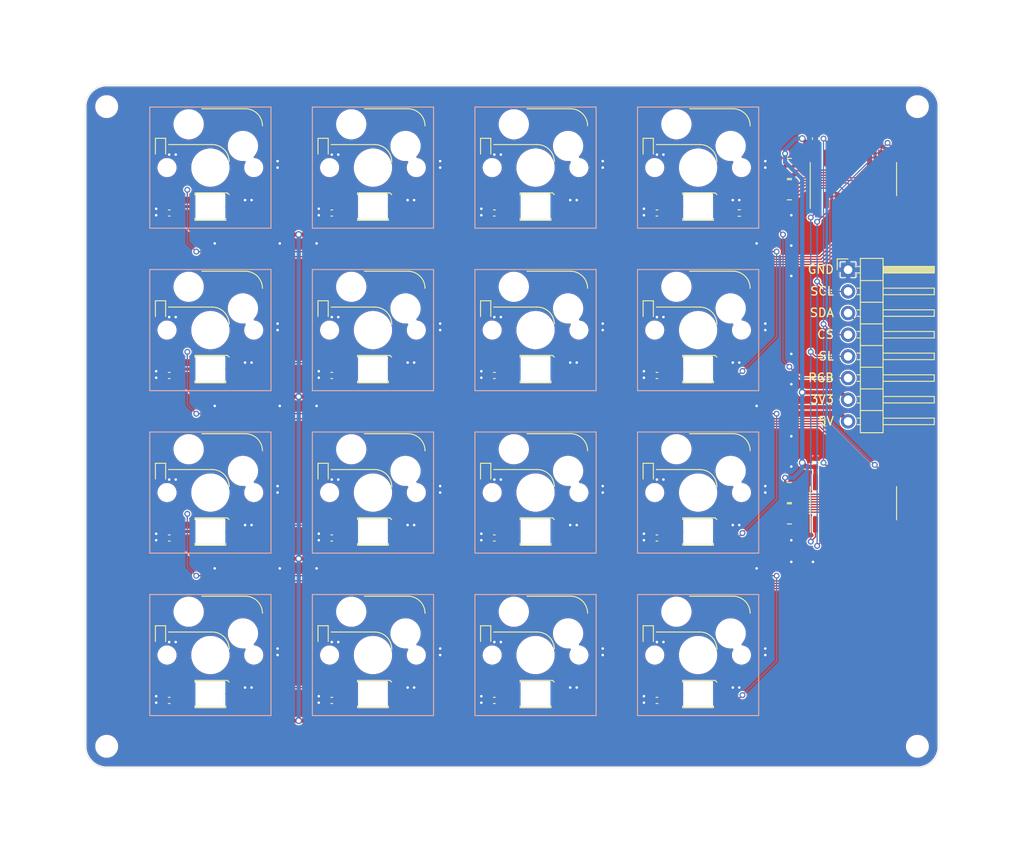
<source format=kicad_pcb>
(kicad_pcb (version 20211014) (generator pcbnew)
  (layers (0 "F.Cu" signal) (31 "B.Cu" signal) (34 "B.Paste" user) (35 "F.Paste" user) (36 "B.SilkS" user "B.Silkscreen") (37 "F.SilkS" user "F.Silkscreen") (38 "B.Mask" user) (39 "F.Mask" user) (44 "Edge.Cuts" user))
  (net 0 "")
  (net 1 "GND")
  (net 2 "/RGBD")
  (net 3 "+3V3")
  (net 4 "Net-(D1-Pad4)")
  (net 5 "Net-(D10-Pad2)")
  (net 6 "Net-(D10-Pad4)")
  (net 7 "/KS_L")
  (net 8 "/KS_SCL")
  (net 10 "Net-(U1-Pad9)")
  (net 12 "/KS_CS")
  (net 14 "/KS_SDA")
  (net 15 "Net-(D1-Pad2)")
  (net 16 "Net-(D2-Pad2)")
  (net 17 "Net-(D3-Pad2)")
  (net 18 "Net-(D4-Pad2)")
  (net 19 "Net-(D5-Pad2)")
  (net 20 "Net-(D6-Pad2)")
  (net 21 "Net-(D7-Pad2)")
  (net 22 "Net-(D8-Pad2)")
  (net 23 "Net-(D11-Pad2)")
  (net 24 "Net-(D12-Pad2)")
  (net 25 "Net-(D13-Pad2)")
  (net 26 "Net-(D14-Pad2)")
  (net 27 "Net-(D15-Pad2)")
  (net 29 "+5V")
  (net 30 "Net-(D17-Pad1)")
  (net 31 "Net-(D18-Pad1)")
  (net 32 "Net-(D19-Pad1)")
  (net 33 "Net-(D20-Pad1)")
  (net 34 "Net-(D21-Pad1)")
  (net 35 "Net-(D22-Pad1)")
  (net 36 "Net-(D23-Pad1)")
  (net 37 "Net-(D24-Pad1)")
  (net 38 "Net-(D25-Pad1)")
  (net 39 "Net-(D26-Pad1)")
  (net 40 "Net-(D27-Pad1)")
  (net 41 "Net-(D28-Pad1)")
  (net 42 "Net-(D29-Pad1)")
  (net 43 "Net-(D30-Pad1)")
  (net 44 "Net-(D31-Pad1)")
  (net 45 "Net-(D32-Pad1)")
  (footprint "Diode_SMD:D_SOD-523" (layer "F.Cu") (at 96.91 57.366 -90)
    (fp_text reference "D27" hide)
    (fp_text value "LESD5Z5.0CT1G")
  )
  (footprint "MountingHole:MountingHole_2.2mm_M2" (layer "F.Cu") (at 52.5 52.5)
    (fp_text reference "H2" hide)
    (fp_text value "MountingHole")
  )
  (footprint "JLC-SMT:TONYU_DY-S352818" (layer "F.Cu") (at 121.802 121.374 180)
    (fp_text reference "D13" hide)
    (fp_text value "WS2812B")
    (fp_rect (start -1.6 -1.4) (end 1.6 1.4) (layer "Edge.Cuts") (width 0.02) (fill none))
  )
  (footprint "Capacitor_SMD:C_0402_1005Metric" (layer "F.Cu") (at 116.976 122.124 180)
    (fp_text reference "C15" hide)
    (fp_text value "0.1uF")
  )
  (footprint "JLC-SMT:TONYU_DY-S352818" (layer "F.Cu") (at 64.652 83.274 180)
    (fp_text reference "D8" hide)
    (fp_text value "WS2812B")
    (fp_rect (start -1.6 -1.4) (end 1.6 1.4) (layer "Edge.Cuts") (width 0.02) (fill none))
  )
  (footprint "Diode_SMD:D_SOD-523" (layer "F.Cu") (at 115.96 76.416 -90)
    (fp_text reference "D17" hide)
    (fp_text value "LESD5Z5.0CT1G")
  )
  (footprint "Resistor_SMD:R_Array_Convex_4x0402" (layer "F.Cu") (at 132.5 100.25 180)
    (fp_text reference "RN4" hide)
    (fp_text value "10K")
  )
  (footprint "Diode_SMD:D_SOD-523" (layer "F.Cu") (at 96.91 95.466 -90)
    (fp_text reference "D28" hide)
    (fp_text value "LESD5Z5.0CT1G")
  )
  (footprint "Diode_SMD:D_SOD-523" (layer "F.Cu") (at 58.81 114.516 -90)
    (fp_text reference "D24" hide)
    (fp_text value "LESD5Z5.0CT1G")
  )
  (footprint "MountingHole:MountingHole_2.2mm_M2" (layer "F.Cu") (at 147.5 52.5)
    (fp_text reference "H1" hide)
    (fp_text value "MountingHole")
  )
  (footprint "Capacitor_SMD:C_0402_1005Metric" (layer "F.Cu") (at 78.876 122.124 180)
    (fp_text reference "C17" hide)
    (fp_text value "0.1uF")
  )
  (footprint "Capacitor_SMD:C_0402_1005Metric" (layer "F.Cu") (at 59.826 84.024 180)
    (fp_text reference "C8" hide)
    (fp_text value "0.1uF")
  )
  (footprint "JLC-SMT:TONYU_DY-S352818" (layer "F.Cu") (at 121.802 64.224 180)
    (fp_text reference "D1" hide)
    (fp_text value "WS2812B")
    (fp_rect (start -1.6 -1.4) (end 1.6 1.4) (layer "Edge.Cuts") (width 0.02) (fill none))
  )
  (footprint "Capacitor_SMD:C_0402_1005Metric" (layer "F.Cu") (at 116.976 103.074 180)
    (fp_text reference "C11" hide)
    (fp_text value "0.1uF")
  )
  (footprint "Capacitor_SMD:C_0402_1005Metric" (layer "F.Cu") (at 97.926 103.074 180)
    (fp_text reference "C12" hide)
    (fp_text value "0.1uF")
  )
  (footprint "Capacitor_SMD:C_0402_1005Metric" (layer "F.Cu") (at 78.876 103.074 180)
    (fp_text reference "C13" hide)
    (fp_text value "0.1uF")
  )
  (footprint "JLC-SMT:TONYU_DY-S352818" (layer "F.Cu") (at 83.702 64.224 180)
    (fp_text reference "D3" hide)
    (fp_text value "WS2812B")
    (fp_rect (start -1.6 -1.4) (end 1.6 1.4) (layer "Edge.Cuts") (width 0.02) (fill none))
  )
  (footprint "Resistor_SMD:R_0402_1005Metric" (layer "F.Cu") (at 126.628 64.974 180)
    (fp_text reference "R1" hide)
    (fp_text value "470R")
  )
  (footprint "JLC-SMT:TONYU_DY-S352818" (layer "F.Cu") (at 121.802 83.274 180)
    (fp_text reference "D5" hide)
    (fp_text value "WS2812B")
    (fp_rect (start -1.6 -1.4) (end 1.6 1.4) (layer "Edge.Cuts") (width 0.02) (fill none))
  )
  (footprint "Connector_PinHeader_2.54mm:PinHeader_1x08_P2.54mm_Horizontal" (layer "F.Cu") (at 139.375 71.625)
    (fp_text reference "J1" hide)
    (fp_text value "Conn_01x08")
  )
  (footprint "Diode_SMD:D_SOD-523" (layer "F.Cu") (at 77.86 57.366 -90)
    (fp_text reference "D29" hide)
    (fp_text value "LESD5Z5.0CT1G")
  )
  (footprint "Resistor_SMD:R_Array_Convex_4x0402" (layer "F.Cu") (at 132.5 97.75 180)
    (fp_text reference "RN3" hide)
    (fp_text value "10K")
  )
  (footprint "JLC-SMT:TONYU_DY-S352818" (layer "F.Cu") (at 102.752 102.324 180)
    (fp_text reference "D10" hide)
    (fp_text value "WS2812B")
    (fp_rect (start -1.6 -1.4) (end 1.6 1.4) (layer "Edge.Cuts") (width 0.02) (fill none))
  )
  (footprint "JLC-SMT:TONYU_DY-S352818" (layer "F.Cu") (at 102.752 83.274 180)
    (fp_text reference "D6" hide)
    (fp_text value "WS2812B")
    (fp_rect (start -1.6 -1.4) (end 1.6 1.4) (layer "Edge.Cuts") (width 0.02) (fill none))
  )
  (footprint "Capacitor_SMD:C_0402_1005Metric" (layer "F.Cu") (at 135.555 94.25 90)
    (fp_text reference "C10" hide)
    (fp_text value "0.1uF")
  )
  (footprint "Package_SO:SOIC-16_3.9x9.9mm_P1.27mm" (layer "F.Cu") (at 140 61 90)
    (fp_text reference "U1" hide)
    (fp_text value "74HC165")
  )
  (footprint "JLC-SMT:TONYU_DY-S352818" (layer "F.Cu") (at 83.702 83.274 180)
    (fp_text reference "D7" hide)
    (fp_text value "WS2812B")
    (fp_rect (start -1.6 -1.4) (end 1.6 1.4) (layer "Edge.Cuts") (width 0.02) (fill none))
  )
  (footprint "JLC-SMT:TONYU_DY-S352818" (layer "F.Cu") (at 102.752 64.224 180)
    (fp_text reference "D2" hide)
    (fp_text value "WS2812B")
    (fp_rect (start -1.6 -1.4) (end 1.6 1.4) (layer "Edge.Cuts") (width 0.02) (fill none))
  )
  (footprint "Diode_SMD:D_SOD-523" (layer "F.Cu") (at 115.96 114.516 -90)
    (fp_text reference "D18" hide)
    (fp_text value "LESD5Z5.0CT1G")
  )
  (footprint "Capacitor_SMD:C_0402_1005Metric" (layer "F.Cu") (at 116.976 84.024 180)
    (fp_text reference "C5" hide)
    (fp_text value "0.1uF")
  )
  (footprint "Capacitor_SMD:C_0402_1005Metric" (layer "F.Cu") (at 78.876 64.974 180)
    (fp_text reference "C3" hide)
    (fp_text value "0.1uF")
  )
  (footprint "Capacitor_SMD:C_0402_1005Metric" (layer "F.Cu") (at 97.926 64.974 180)
    (fp_text reference "C2" hide)
    (fp_text value "0.1uF")
  )
  (footprint "Diode_SMD:D_SOD-523" (layer "F.Cu") (at 58.81 76.416 -90)
    (fp_text reference "D23" hide)
    (fp_text value "LESD5Z5.0CT1G")
  )
  (footprint "Capacitor_SMD:C_0402_1005Metric" (layer "F.Cu") (at 59.826 64.974 180)
    (fp_text reference "C4" hide)
    (fp_text value "0.1uF")
  )
  (footprint "Capacitor_SMD:C_0402_1005Metric" (layer "F.Cu") (at 97.926 122.124 180)
    (fp_text reference "C16" hide)
    (fp_text value "0.1uF")
  )
  (footprint "MountingHole:MountingHole_2.2mm_M2" (layer "F.Cu") (at 52.5 127.5)
    (fp_text reference "H4" hide)
    (fp_text value "MountingHole")
  )
  (footprint "Resistor_SMD:R_Array_Convex_4x0402" (layer "F.Cu") (at 132.5 62.25 180)
    (fp_text reference "RN2" hide)
    (fp_text value "10K")
  )
  (footprint "Diode_SMD:D_SOD-523" (layer "F.Cu") (at 115.96 95.466 -90)
    (fp_text reference "D26" hide)
    (fp_text value "LESD5Z5.0CT1G")
  )
  (footprint "Diode_SMD:D_SOD-523" (layer "F.Cu") (at 58.81 57.366 -90)
    (fp_text reference "D31" hide)
    (fp_text value "LESD5Z5.0CT1G")
  )
  (footprint "JLC-SMT:TONYU_DY-S352818" (layer "F.Cu") (at 64.652 64.224 180)
    (fp_text reference "D4" hide)
    (fp_text value "WS2812B")
    (fp_rect (start -1.6 -1.4) (end 1.6 1.4) (layer "Edge.Cuts") (width 0.02) (fill none))
  )
  (footprint "JLC-SMT:TONYU_DY-S352818" (layer "F.Cu") (at 64.652 121.374 180)
    (fp_text reference "D16" hide)
    (fp_text value "WS2812B")
    (fp_rect (start -1.6 -1.4) (end 1.6 1.4) (layer "Edge.Cuts") (width 0.02) (fill none))
  )
  (footprint "Diode_SMD:D_SOD-523" (layer "F.Cu") (at 58.81 95.466 -90)
    (fp_text reference "D32" hide)
    (fp_text value "LESD5Z5.0CT1G")
  )
  (footprint "Resistor_SMD:R_Array_Convex_4x0402" (layer "F.Cu") (at 132.5 59.75 180)
    (fp_text reference "RN1" hide)
    (fp_text value "10K")
  )
  (footprint "Diode_SMD:D_SOD-523" (layer "F.Cu") (at 96.91 76.416 -90)
    (fp_text reference "D19" hide)
    (fp_text value "LESD5Z5.0CT1G")
  )
  (footprint "Capacitor_SMD:C_0402_1005Metric" (layer "F.Cu") (at 78.876 84.024 180)
    (fp_text reference "C7" hide)
    (fp_text value "0.1uF")
  )
  (footprint "JLC-SMT:TONYU_DY-S352818" (layer "F.Cu") (at 83.702 102.324 180)
    (fp_text reference "D11" hide)
    (fp_text value "WS2812B")
    (fp_rect (start -1.6 -1.4) (end 1.6 1.4) (layer "Edge.Cuts") (width 0.02) (fill none))
  )
  (footprint "Diode_SMD:D_SOD-523" (layer "F.Cu") (at 96.91 114.516 -90)
    (fp_text reference "D20" hide)
    (fp_text value "LESD5Z5.0CT1G")
  )
  (footprint "JLC-SMT:TONYU_DY-S352818" (layer "F.Cu") (at 102.752 121.374 180)
    (fp_text reference "D14" hide)
    (fp_text value "WS2812B")
    (fp_rect (start -1.6 -1.4) (end 1.6 1.4) (layer "Edge.Cuts") (width 0.02) (fill none))
  )
  (footprint "Capacitor_SMD:C_0402_1005Metric" (layer "F.Cu") (at 116.976 64.974 180)
    (fp_text reference "C1" hide)
    (fp_text value "0.1uF")
  )
  (footprint "Capacitor_SMD:C_0402_1005Metric" (layer "F.Cu") (at 135.555 56.25 90)
    (fp_text reference "C9" hide)
    (fp_text value "0.1uF")
  )
  (footprint "MountingHole:MountingHole_2.2mm_M2" (layer "F.Cu") (at 147.5 127.5)
    (fp_text reference "H3" hide)
    (fp_text value "MountingHole")
  )
  (footprint "Capacitor_SMD:C_0402_1005Metric" (layer "F.Cu") (at 59.826 122.124 180)
    (fp_text reference "C18" hide)
    (fp_text value "0.1uF")
  )
  (footprint "Diode_SMD:D_SOD-523" (layer "F.Cu") (at 77.86 114.516 -90)
    (fp_text reference "D22" hide)
    (fp_text value "LESD5Z5.0CT1G")
  )
  (footprint "Capacitor_SMD:C_0402_1005Metric" (layer "F.Cu") (at 59.826 103.074 180)
    (fp_text reference "C14" hide)
    (fp_text value "0.1uF")
  )
  (footprint "JLC-SMT:TONYU_DY-S352818" (layer "F.Cu") (at 64.652 102.324 180)
    (fp_text reference "D12" hide)
    (fp_text value "WS2812B")
    (fp_rect (start -1.6 -1.4) (end 1.6 1.4) (layer "Edge.Cuts") (width 0.02) (fill none))
  )
  (footprint "Diode_SMD:D_SOD-523" (layer "F.Cu") (at 77.86 76.416 -90)
    (fp_text reference "D21" hide)
    (fp_text value "LESD5Z5.0CT1G")
  )
  (footprint "JLC-SMT:TONYU_DY-S352818" (layer "F.Cu") (at 121.802 102.324 180)
    (fp_text reference "D9" hide)
    (fp_text value "WS2812B")
    (fp_rect (start -1.6 -1.4) (end 1.6 1.4) (layer "Edge.Cuts") (width 0.02) (fill none))
  )
  (footprint "JLC-SMT:TONYU_DY-S352818" (layer "F.Cu") (at 83.702 121.374 180)
    (fp_text reference "D15" hide)
    (fp_text value "WS2812B")
    (fp_rect (start -1.6 -1.4) (end 1.6 1.4) (layer "Edge.Cuts") (width 0.02) (fill none))
  )
  (footprint "Package_SO:SOIC-16_3.9x9.9mm_P1.27mm" (layer "F.Cu") (at 140 99 90)
    (fp_text reference "U2" hide)
    (fp_text value "74HC165")
  )
  (footprint "Diode_SMD:D_SOD-523" (layer "F.Cu") (at 77.86 95.466 -90)
    (fp_text reference "D30" hide)
    (fp_text value "LESD5Z5.0CT1G")
  )
  (footprint "Diode_SMD:D_SOD-523" (layer "F.Cu") (at 115.96 57.366 -90)
    (fp_text reference "D25" hide)
    (fp_text value "LESD5Z5.0CT1G")
  )
  (footprint "Capacitor_SMD:C_0402_1005Metric" (layer "F.Cu") (at 97.926 84.024 180)
    (fp_text reference "C6" hide)
    (fp_text value "0.1uF")
  )
  (footprint "Switch_Keyboard_Hotswap_Kailh:SW_Hotswap_Kailh_MX_1.00u" (layer "B.Cu") (at 102.752 78.702 180)
    (fp_text reference "SW7" hide)
    (fp_text value "CPG151101S11")
  )
  (footprint "Switch_Keyboard_Hotswap_Kailh:SW_Hotswap_Kailh_MX_1.00u" (layer "B.Cu") (at 102.752 97.752 180)
    (fp_text reference "SW11" hide)
    (fp_text value "CPG151101S11")
  )
  (footprint "Switch_Keyboard_Hotswap_Kailh:SW_Hotswap_Kailh_MX_1.00u" (layer "B.Cu") (at 83.702 59.652 180)
    (fp_text reference "SW2" hide)
    (fp_text value "CPG151101S11")
  )
  (footprint "Switch_Keyboard_Hotswap_Kailh:SW_Hotswap_Kailh_MX_1.00u" (layer "B.Cu") (at 83.702 116.802 180)
    (fp_text reference "SW14" hide)
    (fp_text value "CPG151101S11")
  )
  (footprint "Switch_Keyboard_Hotswap_Kailh:SW_Hotswap_Kailh_MX_1.00u" (layer "B.Cu") (at 64.652 97.752 180)
    (fp_text reference "SW9" hide)
    (fp_text value "CPG151101S11")
  )
  (footprint "Switch_Keyboard_Hotswap_Kailh:SW_Hotswap_Kailh_MX_1.00u" (layer "B.Cu") (at 64.652 59.652 180)
    (fp_text reference "SW1" hide)
    (fp_text value "CPG151101S11")
  )
  (footprint "Switch_Keyboard_Hotswap_Kailh:SW_Hotswap_Kailh_MX_1.00u" (layer "B.Cu") (at 121.802 78.702 180)
    (fp_text reference "SW8" hide)
    (fp_text value "CPG151101S11")
  )
  (footprint "Switch_Keyboard_Hotswap_Kailh:SW_Hotswap_Kailh_MX_1.00u" (layer "B.Cu") (at 64.652 116.802 180)
    (fp_text reference "SW13" hide)
    (fp_text value "CPG151101S11")
  )
  (footprint "Switch_Keyboard_Hotswap_Kailh:SW_Hotswap_Kailh_MX_1.00u" (layer "B.Cu") (at 102.752 116.802 180)
    (fp_text reference "SW15" hide)
    (fp_text value "CPG151101S11")
  )
  (footprint "Switch_Keyboard_Hotswap_Kailh:SW_Hotswap_Kailh_MX_1.00u" (layer "B.Cu") (at 83.702 78.702 180)
    (fp_text reference "SW6" hide)
    (fp_text value "CPG151101S11")
  )
  (footprint "Switch_Keyboard_Hotswap_Kailh:SW_Hotswap_Kailh_MX_1.00u" (layer "B.Cu") (at 121.802 59.652 180)
    (fp_text reference "SW4" hide)
    (fp_text value "CPG151101S11")
  )
  (footprint "Switch_Keyboard_Hotswap_Kailh:SW_Hotswap_Kailh_MX_1.00u" (layer "B.Cu") (at 121.802 116.802 180)
    (fp_text reference "SW16" hide)
    (fp_text value "CPG151101S11")
  )
  (footprint "Switch_Keyboard_Hotswap_Kailh:SW_Hotswap_Kailh_MX_1.00u" (layer "B.Cu") (at 83.702 97.752 180)
    (fp_text reference "SW10" hide)
    (fp_text value "CPG151101S11")
  )
  (footprint "Switch_Keyboard_Hotswap_Kailh:SW_Hotswap_Kailh_MX_1.00u" (layer "B.Cu") (at 64.652 78.702 180)
    (fp_text reference "SW5" hide)
    (fp_text value "CPG151101S11")
  )
  (footprint "Switch_Keyboard_Hotswap_Kailh:SW_Hotswap_Kailh_MX_1.00u" (layer "B.Cu") (at 102.752 59.652 180)
    (fp_text reference "SW3" hide)
    (fp_text value "CPG151101S11")
  )
  (footprint "Switch_Keyboard_Hotswap_Kailh:SW_Hotswap_Kailh_MX_1.00u" (layer "B.Cu") (at 121.802 97.752 180)
    (fp_text reference "SW12" hide)
    (fp_text value "CPG151101S11")
  )
  (gr_arc (start 147.5 50) (mid 149.267767 50.732233) (end 150 52.5) (layer "Edge.Cuts") (width 0.05))
  (gr_arc (start 52.5 130) (mid 50.732233 129.267767) (end 50 127.5) (layer "Edge.Cuts") (width 0.05))
  (gr_line (start 150 127.5) (end 150 52.5) (layer "Edge.Cuts") (width 0.05))
  (gr_arc (start 150 127.5) (mid 149.267767 129.267767) (end 147.5 130) (layer "Edge.Cuts") (width 0.05))
  (gr_line (start 147.5 50) (end 52.5 50) (layer "Edge.Cuts") (width 0.05))
  (gr_line (start 52.5 130) (end 147.5 130) (layer "Edge.Cuts") (width 0.05))
  (gr_line (start 50 52.5) (end 50 127.5) (layer "Edge.Cuts") (width 0.05))
  (gr_arc (start 50 52.5) (mid 50.732233 50.732233) (end 52.5 50) (layer "Edge.Cuts") (width 0.05))
  (gr_text "SL" (at 137.804 81.75) (layer "F.SilkS") (effects (font (size 1 1)) (justify right)))
  (gr_text "RGB" (at 137.804 84.29) (layer "F.SilkS") (effects (font (size 1 1)) (justify right)))
  (gr_text "GND" (at 137.804 71.59) (layer "F.SilkS") (effects (font (size 1 1)) (justify right)))
  (gr_text "5V" (at 137.804 89.37) (layer "F.SilkS") (effects (font (size 1 1)) (justify right)))
  (gr_text "SDA" (at 137.804 76.67) (layer "F.SilkS") (effects (font (size 1 1)) (justify right)))
  (gr_text "SCL" (at 137.804 74.13) (layer "F.SilkS") (effects (font (size 1 1)) (justify right)))
  (gr_text "CS" (at 137.804 79.21) (layer "F.SilkS") (effects (font (size 1 1)) (justify right)))
  (gr_text "3V3" (at 137.804 86.83) (layer "F.SilkS") (effects (font (size 1 1)) (justify right)))
  (via (at 115.452 103.34) (size 0.5) (drill 0.3) (layers "F.Cu" "B.Cu") (net 1))
  (via (at 91.576 96.99) (size 0.5) (drill 0.3) (layers "F.Cu" "B.Cu") (net 1))
  (via (at 135.264 105.88) (size 0.5) (drill 0.3) (layers "F.Cu" "B.Cu") (net 1))
  (via (at 98.688 115.278) (size 0.5) (drill 0.3) (layers "F.Cu" "B.Cu") (net 1))
  (via (at 96.402 103.34) (size 0.5) (drill 0.3) (layers "F.Cu" "B.Cu") (net 1))
  (via (at 116.976 96.228) (size 0.5) (drill 0.3) (layers "F.Cu" "B.Cu") (net 1))
  (via (at 60.588 96.228) (size 0.5) (drill 0.3) (layers "F.Cu" "B.Cu") (net 1))
  (via (at 129.676 77.94) (size 0.5) (drill 0.3) (layers "F.Cu" "B.Cu") (net 1))
  (via (at 117.738 96.228) (size 0.5) (drill 0.3) (layers "F.Cu" "B.Cu") (net 1))
  (via (at 107.578 82.512) (size 0.5) (drill 0.3) (layers "F.Cu" "B.Cu") (net 1))
  (via (at 91.576 77.94) (size 0.5) (drill 0.3) (layers "F.Cu" "B.Cu") (net 1))
  (via (at 98.688 96.228) (size 0.5) (drill 0.3) (layers "F.Cu" "B.Cu") (net 1))
  (via (at 77.352 84.29) (size 0.5) (drill 0.3) (layers "F.Cu" "B.Cu") (net 1))
  (via (at 96.402 102.578) (size 0.5) (drill 0.3) (layers "F.Cu" "B.Cu") (net 1))
  (via (at 132.724 68.796) (size 0.5) (drill 0.3) (layers "F.Cu" "B.Cu") (net 1))
  (via (at 106.816 63.462) (size 0.5) (drill 0.3) (layers "F.Cu" "B.Cu") (net 1))
  (via (at 77.098 87.592) (size 0.5) (drill 0.3) (layers "F.Cu" "B.Cu") (net 1))
  (via (at 87.766 101.562) (size 0.5) (drill 0.3) (layers "F.Cu" "B.Cu") (net 1))
  (via (at 77.098 68.542) (size 0.5) (drill 0.3) (layers "F.Cu" "B.Cu") (net 1))
  (via (at 91.576 97.752) (size 0.5) (drill 0.3) (layers "F.Cu" "B.Cu") (net 1))
  (via (at 98.688 58.128) (size 0.5) (drill 0.3) (layers "F.Cu" "B.Cu") (net 1))
  (via (at 77.352 64.478) (size 0.5) (drill 0.3) (layers "F.Cu" "B.Cu") (net 1))
  (via (at 60.588 77.178) (size 0.5) (drill 0.3) (layers "F.Cu" "B.Cu") (net 1))
  (via (at 106.816 101.562) (size 0.5) (drill 0.3) (layers "F.Cu" "B.Cu") (net 1))
  (via (at 88.528 82.512) (size 0.5) (drill 0.3) (layers "F.Cu" "B.Cu") (net 1))
  (via (at 77.352 83.528) (size 0.5) (drill 0.3) (layers "F.Cu" "B.Cu") (net 1))
  (via (at 115.452 121.628) (size 0.5) (drill 0.3) (layers "F.Cu" "B.Cu") (net 1))
  (via (at 88.528 101.562) (size 0.5) (drill 0.3) (layers "F.Cu" "B.Cu") (net 1))
  (via (at 87.766 63.462) (size 0.5) (drill 0.3) (layers "F.Cu" "B.Cu") (net 1))
  (via (at 132.724 103.34) (size 0.5) (drill 0.3) (layers "F.Cu" "B.Cu") (net 1))
  (via (at 110.626 96.99) (size 0.5) (drill 0.3) (layers "F.Cu" "B.Cu") (net 1))
  (via (at 106.816 82.512) (size 0.5) (drill 0.3) (layers "F.Cu" "B.Cu") (net 1))
  (via (at 116.976 77.178) (size 0.5) (drill 0.3) (layers "F.Cu" "B.Cu") (net 1))
  (via (at 65.16 68.542) (size 0.5) (drill 0.3) (layers "F.Cu" "B.Cu") (net 1))
  (via (at 96.402 84.29) (size 0.5) (drill 0.3) (layers "F.Cu" "B.Cu") (net 1))
  (via (at 91.576 116.04) (size 0.5) (drill 0.3) (layers "F.Cu" "B.Cu") (net 1))
  (via (at 110.626 116.04) (size 0.5) (drill 0.3) (layers "F.Cu" "B.Cu") (net 1))
  (via (at 69.478 63.462) (size 0.5) (drill 0.3) (layers "F.Cu" "B.Cu") (net 1))
  (via (at 69.478 82.512) (size 0.5) (drill 0.3) (layers "F.Cu" "B.Cu") (net 1))
  (via (at 126.628 101.562) (size 0.5) (drill 0.3) (layers "F.Cu" "B.Cu") (net 1))
  (via (at 115.452 83.528) (size 0.5) (drill 0.3) (layers "F.Cu" "B.Cu") (net 1))
  (via (at 87.766 120.612) (size 0.5) (drill 0.3) (layers "F.Cu" "B.Cu") (net 1))
  (via (at 58.302 83.528) (size 0.5) (drill 0.3) (layers "F.Cu" "B.Cu") (net 1))
  (via (at 96.402 65.24) (size 0.5) (drill 0.3) (layers "F.Cu" "B.Cu") (net 1))
  (via (at 96.402 64.478) (size 0.5) (drill 0.3) (layers "F.Cu" "B.Cu") (net 1))
  (via (at 115.452 122.39) (size 0.5) (drill 0.3) (layers "F.Cu" "B.Cu") (net 1))
  (via (at 69.478 120.612) (size 0.5) (drill 0.3) (layers "F.Cu" "B.Cu") (net 1))
  (via (at 72.526 78.702) (size 0.5) (drill 0.3) (layers "F.Cu" "B.Cu") (net 1))
  (via (at 132.724 94.704) (size 0.5) (drill 0.3) (layers "F.Cu" "B.Cu") (net 1))
  (via (at 88.528 120.612) (size 0.5) (drill 0.3) (layers "F.Cu" "B.Cu") (net 1))
  (via (at 68.716 82.512) (size 0.5) (drill 0.3) (layers "F.Cu" "B.Cu") (net 1))
  (via (at 87.766 82.512) (size 0.5) (drill 0.3) (layers "F.Cu" "B.Cu") (net 1))
  (via (at 126.628 82.512) (size 0.5) (drill 0.3) (layers "F.Cu" "B.Cu") (net 1))
  (via (at 58.302 103.34) (size 0.5) (drill 0.3) (layers "F.Cu" "B.Cu") (net 1))
  (via (at 126.628 120.612) (size 0.5) (drill 0.3) (layers "F.Cu" "B.Cu") (net 1))
  (via (at 97.926 115.278) (size 0.5) (drill 0.3) (layers "F.Cu" "B.Cu") (net 1))
  (via (at 59.826 96.228) (size 0.5) (drill 0.3) (layers "F.Cu" "B.Cu") (net 1))
  (via (at 115.452 65.24) (size 0.5) (drill 0.3) (layers "F.Cu" "B.Cu") (net 1))
  (via (at 68.716 101.562) (size 0.5) (drill 0.3) (layers "F.Cu" "B.Cu") (net 1))
  (via (at 96.402 121.628) (size 0.5) (drill 0.3) (layers "F.Cu" "B.Cu") (net 1))
  (via (at 72.526 77.94) (size 0.5) (drill 0.3) (layers "F.Cu" "B.Cu") (net 1))
  (via (at 129.676 116.04) (size 0.5) (drill 0.3) (layers "F.Cu" "B.Cu") (net 1))
  (via (at 79.638 77.178) (size 0.5) (drill 0.3) (layers "F.Cu" "B.Cu") (net 1))
  (via (at 72.526 96.99) (size 0.5) (drill 0.3) (layers "F.Cu" "B.Cu") (net 1))
  (via (at 125.866 101.562) (size 0.5) (drill 0.3) (layers "F.Cu" "B.Cu") (net 1))
  (via (at 79.638 96.228) (size 0.5) (drill 0.3) (layers "F.Cu" "B.Cu") (net 1))
  (via (at 110.626 77.94) (size 0.5) (drill 0.3) (layers "F.Cu" "B.Cu") (net 1))
  (via (at 72.78 87.592) (size 0.5) (drill 0.3) (layers "F.Cu" "B.Cu") (net 1))
  (via (at 132.724 91.148) (size 0.5) (drill 0.3) (layers "F.Cu" "B.Cu") (net 1))
  (via (at 59.826 58.128) (size 0.5) (drill 0.3) (layers "F.Cu" "B.Cu") (net 1))
  (via (at 116.976 58.128) (size 0.5) (drill 0.3) (layers "F.Cu" "B.Cu") (net 1))
  (via (at 110.626 116.802) (size 0.5) (drill 0.3) (layers "F.Cu" "B.Cu") (net 1))
  (via (at 65.16 87.592) (size 0.5) (drill 0.3) (layers "F.Cu" "B.Cu") (net 1))
  (via (at 69.478 101.562) (size 0.5) (drill 0.3) (layers "F.Cu" "B.Cu") (net 1))
  (via (at 77.352 103.34) (size 0.5) (drill 0.3) (layers "F.Cu" "B.Cu") (net 1))
  (via (at 58.302 84.29) (size 0.5) (drill 0.3) (layers "F.Cu" "B.Cu") (net 1))
  (via (at 132.724 85.052) (size 0.5) (drill 0.3) (layers "F.Cu" "B.Cu") (net 1))
  (via (at 125.866 63.462) (size 0.5) (drill 0.3) (layers "F.Cu" "B.Cu") (net 1))
  (via (at 77.352 121.628) (size 0.5) (drill 0.3) (layers "F.Cu" "B.Cu") (net 1))
  (via (at 115.452 102.578) (size 0.5) (drill 0.3) (layers "F.Cu" "B.Cu") (net 1))
  (via (at 107.578 63.462) (size 0.5) (drill 0.3) (layers "F.Cu" "B.Cu") (net 1))
  (via (at 59.826 115.278) (size 0.5) (drill 0.3) (layers "F.Cu" "B.Cu") (net 1))
  (via (at 117.738 58.128) (size 0.5) (drill 0.3) (layers "F.Cu" "B.Cu") (net 1))
  (via (at 96.402 83.528) (size 0.5) (drill 0.3) (layers "F.Cu" "B.Cu") (net 1))
  (via (at 129.676 59.652) (size 0.5) (drill 0.3) (layers "F.Cu" "B.Cu") (net 1))
  (via (at 128.66 68.542) (size 0.5) (drill 0.3) (layers "F.Cu" "B.Cu") (net 1))
  (via (at 78.876 77.178) (size 0.5) (drill 0.3) (layers "F.Cu" "B.Cu") (net 1))
  (via (at 65.16 106.642) (size 0.5) (drill 0.3) (layers "F.Cu" "B.Cu") (net 1))
  (via (at 91.576 116.802) (size 0.5) (drill 0.3) (layers "F.Cu" "B.Cu") (net 1))
  (via (at 91.576 58.89) (size 0.5) (drill 0.3) (layers "F.Cu" "B.Cu") (net 1))
  (via (at 58.302 122.39) (size 0.5) (drill 0.3) (layers "F.Cu" "B.Cu") (net 1))
  (via (at 126.628 63.462) (size 0.5) (drill 0.3) (layers "F.Cu" "B.Cu") (net 1))
  (via (at 117.738 115.278) (size 0.5) (drill 0.3) (layers "F.Cu" "B.Cu") (net 1))
  (via (at 107.578 120.612) (size 0.5) (drill 0.3) (layers "F.Cu" "B.Cu") (net 1))
  (via (at 110.626 97.752) (size 0.5) (drill 0.3) (layers "F.Cu" "B.Cu") (net 1))
  (via (at 132.724 72.352) (size 0.5) (drill 0.3) (layers "F.Cu" "B.Cu") (net 1))
  (via (at 115.452 84.29) (size 0.5) (drill 0.3) (layers "F.Cu" "B.Cu") (net 1))
  (via (at 58.302 65.24) (size 0.5) (drill 0.3) (layers "F.Cu" "B.Cu") (net 1))
  (via (at 128.66 106.642) (size 0.5) (drill 0.3) (layers "F.Cu" "B.Cu") (net 1))
  (via (at 96.402 122.39) (size 0.5) (drill 0.3) (layers "F.Cu" "B.Cu") (net 1))
  (via (at 68.716 63.462) (size 0.5) (drill 0.3) (layers "F.Cu" "B.Cu") (net 1))
  (via (at 79.638 115.278) (size 0.5) (drill 0.3) (layers "F.Cu" "B.Cu") (net 1))
  (via (at 117.738 77.178) (size 0.5) (drill 0.3) (layers "F.Cu" "B.Cu") (net 1))
  (via (at 72.526 59.652) (size 0.5) (drill 0.3) (layers "F.Cu" "B.Cu") (net 1))
  (via (at 59.826 77.178) (size 0.5) (drill 0.3) (layers "F.Cu" "B.Cu") (net 1))
  (via (at 129.676 78.702) (size 0.5) (drill 0.3) (layers "F.Cu" "B.Cu") (net 1))
  (via (at 132.724 81.496) (size 0.5) (drill 0.3) (layers "F.Cu" "B.Cu") (net 1))
  (via (at 58.302 64.478) (size 0.5) (drill 0.3) (layers "F.Cu" "B.Cu") (net 1))
  (via (at 128.66 87.592) (size 0.5) (drill 0.3) (layers "F.Cu" "B.Cu") (net 1))
  (via (at 125.866 82.512) (size 0.5) (drill 0.3) (layers "F.Cu" "B.Cu") (net 1))
  (via (at 125.866 120.612) (size 0.5) (drill 0.3) (layers "F.Cu" "B.Cu") (net 1))
  (via (at 107.578 101.562) (size 0.5) (drill 0.3) (layers "F.Cu" "B.Cu") (net 1))
  (via (at 98.688 77.178) (size 0.5) (drill 0.3) (layers "F.Cu" "B.Cu") (net 1))
  (via (at 129.676 97.752) (size 0.5) (drill 0.3) (layers "F.Cu" "B.Cu") (net 1))
  (via (at 78.876 96.228) (size 0.5) (drill 0.3) (layers "F.Cu" "B.Cu") (net 1))
  (via (at 106.816 120.612) (size 0.5) (drill 0.3) (layers "F.Cu" "B.Cu") (net 1))
  (via (at 58.302 102.578) (size 0.5) (drill 0.3) (layers "F.Cu" "B.Cu") (net 1))
  (via (at 78.876 115.278) (size 0.5) (drill 0.3) (layers "F.Cu" "B.Cu") (net 1))
  (via (at 68.716 120.612) (size 0.5) (drill 0.3) (layers "F.Cu" "B.Cu") (net 1))
  (via (at 110.626 58.89) (size 0.5) (drill 0.3) (layers "F.Cu" "B.Cu") (net 1))
  (via (at 58.302 121.628) (size 0.5) (drill 0.3) (layers "F.Cu" "B.Cu") (net 1))
  (via (at 116.976 115.278) (size 0.5) (drill 0.3) (layers "F.Cu" "B.Cu") (net 1))
  (via (at 132.724 105.88) (size 0.5) (drill 0.3) (layers "F.Cu" "B.Cu") (net 1))
  (via (at 77.098 106.642) (size 0.5) (drill 0.3) (layers "F.Cu" "B.Cu") (net 1))
  (via (at 129.676 58.89) (size 0.5) (drill 0.3) (layers "F.Cu" "B.Cu") (net 1))
  (via (at 77.352 102.578) (size 0.5) (drill 0.3) (layers "F.Cu" "B.Cu") (net 1))
  (via (at 72.78 68.542) (size 0.5) (drill 0.3) (layers "F.Cu" "B.Cu") (net 1))
  (via (at 78.876 58.128) (size 0.5) (drill 0.3) (layers "F.Cu" "B.Cu") (net 1))
  (via (at 132.724 65.24) (size 0.5) (drill 0.3) (layers "F.Cu" "B.Cu") (net 1))
  (via (at 129.676 96.99) (size 0.5) (drill 0.3) (layers "F.Cu" "B.Cu") (net 1))
  (via (at 77.352 65.24) (size 0.5) (drill 0.3) (layers "F.Cu" "B.Cu") (net 1))
  (via (at 129.676 116.802) (size 0.5) (drill 0.3) (layers "F.Cu" "B.Cu") (net 1))
  (via (at 97.926 96.228) (size 0.5) (drill 0.3) (layers "F.Cu" "B.Cu") (net 1))
  (via (at 72.526 116.04) (size 0.5) (drill 0.3) (layers "F.Cu" "B.Cu") (net 1))
  (via (at 72.526 97.752) (size 0.5) (drill 0.3) (layers "F.Cu" "B.Cu") (net 1))
  (via (at 72.78 106.642) (size 0.5) (drill 0.3) (layers "F.Cu" "B.Cu") (net 1))
  (via (at 60.588 115.278) (size 0.5) (drill 0.3) (layers "F.Cu" "B.Cu") (net 1))
  (via (at 110.626 59.652) (size 0.5) (drill 0.3) (layers "F.Cu" "B.Cu") (net 1))
  (via (at 91.576 59.652) (size 0.5) (drill 0.3) (layers "F.Cu" "B.Cu") (net 1))
  (via (at 115.452 64.478) (size 0.5) (drill 0.3) (layers "F.Cu" "B.Cu") (net 1))
  (via (at 97.926 77.178) (size 0.5) (drill 0.3) (layers "F.Cu" "B.Cu") (net 1))
  (via (at 88.528 63.462) (size 0.5) (drill 0.3) (layers "F.Cu" "B.Cu") (net 1))
  (via (at 60.588 58.128) (size 0.5) (drill 0.3) (layers "F.Cu" "B.Cu") (net 1))
  (via (at 72.526 116.802) (size 0.5) (drill 0.3) (layers "F.Cu" "B.Cu") (net 1))
  (via (at 97.926 58.128) (size 0.5) (drill 0.3) (layers "F.Cu" "B.Cu") (net 1))
  (via (at 110.626 78.702) (size 0.5) (drill 0.3) (layers "F.Cu" "B.Cu") (net 1))
  (via (at 72.526 58.89) (size 0.5) (drill 0.3) (layers "F.Cu" "B.Cu") (net 1))
  (via (at 77.352 122.39) (size 0.5) (drill 0.3) (layers "F.Cu" "B.Cu") (net 1))
  (via (at 79.638 58.128) (size 0.5) (drill 0.3) (layers "F.Cu" "B.Cu") (net 1))
  (via (at 91.576 78.702) (size 0.5) (drill 0.3) (layers "F.Cu" "B.Cu") (net 1))
  (segment (start 133.825 84.325) (end 139.375 84.325) (width 0.15) (layer "F.Cu") (net 2))
  (segment (start 132.5 83) (end 133.825 84.325) (width 0.15) (layer "F.Cu") (net 2))
  (segment (start 127.138 64.974) (end 129.224 64.974) (width 0.15) (layer "F.Cu") (net 2))
  (segment (start 129.224 64.974) (end 131.75 67.5) (width 0.15) (layer "F.Cu") (net 2))
  (via (at 131.75 67.5) (size 0.7) (drill 0.4) (layers "F.Cu" "B.Cu") (net 2))
  (via (at 132.5 83) (size 0.7) (drill 0.4) (layers "F.Cu" "B.Cu") (net 2))
  (segment (start 131.75 82.25) (end 132.5 83) (width 0.15) (layer "B.Cu") (net 2))
  (segment (start 131.75 67.5) (end 131.75 82.25) (width 0.15) (layer "B.Cu") (net 2))
  (segment (start 138.51 86) (end 134 86) (width 0.5) (layer "F.Cu") (net 3))
  (segment (start 135.555 58.525) (end 135.555 56.73) (width 0.5) (layer "F.Cu") (net 3))
  (segment (start 135.555 96.525) (end 135.555 94.73) (width 0.5) (layer "F.Cu") (net 3))
  (segment (start 134.48 94.73) (end 134 94.25) (width 0.5) (layer "F.Cu") (net 3))
  (segment (start 134.48 56.73) (end 134 56.25) (width 0.5) (layer "F.Cu") (net 3))
  (segment (start 132 63) (end 132 58) (width 0.25) (layer "F.Cu") (net 3))
  (segment (start 135.555 94.73) (end 134.48 94.73) (width 0.5) (layer "F.Cu") (net 3))
  (segment (start 135.555 56.73) (end 134.48 56.73) (width 0.5) (layer "F.Cu") (net 3))
  (segment (start 132 101) (end 132 96) (width 0.25) (layer "F.Cu") (net 3))
  (segment (start 139.375 86.865) (end 138.51 86) (width 0.5) (layer "F.Cu") (net 3))
  (via (at 134 94.25) (size 0.8) (drill 0.5) (layers "F.Cu" "B.Cu") (net 3))
  (via (at 134 56.25) (size 0.8) (drill 0.5) (layers "F.Cu" "B.Cu") (net 3))
  (via (at 132 58) (size 0.7) (drill 0.4) (layers "F.Cu" "B.Cu") (net 3))
  (via (at 134 86) (size 0.8) (drill 0.5) (layers "F.Cu" "B.Cu") (net 3))
  (via (at 132 96) (size 0.7) (drill 0.4) (layers "F.Cu" "B.Cu") (net 3))
  (segment (start 134 86) (end 134 61) (width 0.5) (layer "B.Cu") (net 3))
  (segment (start 134 56.25) (end 133.25 56.25) (width 0.5) (layer "B.Cu") (net 3))
  (segment (start 134 94.25) (end 134 95) (width 0.5) (layer "B.Cu") (net 3))
  (segment (start 134 94.25) (end 134 86) (width 0.5) (layer "B.Cu") (net 3))
  (segment (start 134 95) (end 133 96) (width 0.5) (layer "B.Cu") (net 3))
  (segment (start 134 61) (end 132 59) (width 0.5) (layer "B.Cu") (net 3))
  (segment (start 133 96) (end 132 96) (width 0.5) (layer "B.Cu") (net 3))
  (segment (start 132 59) (end 132 58) (width 0.5) (layer "B.Cu") (net 3))
  (segment (start 133.25 56.25) (end 132 57.5) (width 0.5) (layer "B.Cu") (net 3))
  (segment (start 132 57.5) (end 132 58) (width 0.5) (layer "B.Cu") (net 3))
  (segment (start 124.502 64.974) (end 126.118 64.974) (width 0.15) (layer "F.Cu") (net 4))
  (segment (start 90.342 103.074) (end 91.842 101.574) (width 0.15) (layer "F.Cu") (net 5))
  (segment (start 91.842 101.574) (end 100.052 101.574) (width 0.15) (layer "F.Cu") (net 5))
  (segment (start 86.402 103.074) (end 90.342 103.074) (width 0.15) (layer "F.Cu") (net 5))
  (segment (start 105.452 103.074) (end 109.392 103.074) (width 0.15) (layer "F.Cu") (net 6))
  (segment (start 109.392 103.074) (end 110.892 101.574) (width 0.15) (layer "F.Cu") (net 6))
  (segment (start 110.892 101.574) (end 119.102 101.574) (width 0.15) (layer "F.Cu") (net 6))
  (segment (start 135.555 102.945) (end 135 103.5) (width 0.15) (layer "F.Cu") (net 7))
  (segment (start 135.555 101.475) (end 135.555 102.945) (width 0.15) (layer "F.Cu") (net 7))
  (segment (start 135.535 81.785) (end 135 81.25) (width 0.15) (layer "F.Cu") (net 7))
  (segment (start 135.555 64.945) (end 135 65.5) (width 0.15) (layer "F.Cu") (net 7))
  (segment (start 139.375 81.785) (end 135.535 81.785) (width 0.15) (layer "F.Cu") (net 7))
  (segment (start 135.555 63.475) (end 135.555 64.945) (width 0.15) (layer "F.Cu") (net 7))
  (via (at 135 103.5) (size 0.7) (drill 0.4) (layers "F.Cu" "B.Cu") (net 7))
  (via (at 135 81.25) (size 0.7) (drill 0.4) (layers "F.Cu" "B.Cu") (net 7))
  (via (at 135 65.5) (size 0.7) (drill 0.4) (layers "F.Cu" "B.Cu") (net 7))
  (segment (start 135 81.25) (end 135 65.5) (width 0.15) (layer "B.Cu") (net 7))
  (segment (start 135 103.5) (end 135 81.25) (width 0.15) (layer "B.Cu") (net 7))
  (segment (start 136.915 74.165) (end 135.75 73) (width 0.15) (layer "F.Cu") (net 8))
  (segment (start 139.375 74.165) (end 136.915 74.165) (width 0.15) (layer "F.Cu") (net 8))
  (segment (start 136.825 63.475) (end 136.825 64.925) (width 0.15) (layer "F.Cu") (net 8))
  (segment (start 136.825 64.925) (end 135.75 66) (width 0.15) (layer "F.Cu") (net 8))
  (segment (start 136.825 102.925) (end 135.75 104) (width 0.15) (layer "F.Cu") (net 8))
  (segment (start 136.825 101.475) (end 136.825 102.925) (width 0.15) (layer "F.Cu") (net 8))
  (via (at 135.75 104) (size 0.7) (drill 0.4) (layers "F.Cu" "B.Cu") (net 8))
  (via (at 135.75 66) (size 0.7) (drill 0.4) (layers "F.Cu" "B.Cu") (net 8))
  (via (at 135.75 73) (size 0.7) (drill 0.4) (layers "F.Cu" "B.Cu") (net 8))
  (segment (start 135.75 104) (end 135.75 73) (width 0.15) (layer "B.Cu") (net 8))
  (segment (start 135.75 73) (end 135.75 66) (width 0.15) (layer "B.Cu") (net 8))
  (segment (start 144.445 58.525) (end 144.445 57.195) (width 0.15) (layer "F.Cu") (net 10))
  (segment (start 143.175 96.525) (end 143.175 95.175) (width 0.15) (layer "F.Cu") (net 10))
  (segment (start 144.445 57.195) (end 144 56.75) (width 0.15) (layer "F.Cu") (net 10))
  (segment (start 143.175 95.175) (end 142.5 94.5) (width 0.15) (layer "F.Cu") (net 10))
  (via (at 144 56.75) (size 0.7) (drill 0.4) (layers "F.Cu" "B.Cu") (net 10))
  (via (at 142.5 94.5) (size 0.7) (drill 0.4) (layers "F.Cu" "B.Cu") (net 10))
  (segment (start 137.25 89.25) (end 142.5 94.5) (width 0.15) (layer "B.Cu") (net 10))
  (segment (start 137.25 63.5) (end 137.25 89.25) (width 0.15) (layer "B.Cu") (net 10))
  (segment (start 144 56.75) (end 137.25 63.5) (width 0.15) (layer "B.Cu") (net 10))
  (segment (start 136.825 56.575) (end 136.5 56.25) (width 0.15) (layer "F.Cu") (net 12))
  (segment (start 137.745 79.245) (end 136.5 78) (width 0.15) (layer "F.Cu") (net 12))
  (segment (start 139.375 79.245) (end 137.745 79.245) (width 0.15) (layer "F.Cu") (net 12))
  (segment (start 136.825 94.575) (end 136.5 94.25) (width 0.15) (layer "F.Cu") (net 12))
  (segment (start 136.825 96.525) (end 136.825 94.575) (width 0.15) (layer "F.Cu") (net 12))
  (segment (start 136.825 58.525) (end 136.825 56.575) (width 0.15) (layer "F.Cu") (net 12))
  (via (at 136.5 78) (size 0.7) (drill 0.4) (layers "F.Cu" "B.Cu") (net 12))
  (via (at 136.5 56.25) (size 0.7) (drill 0.4) (layers "F.Cu" "B.Cu") (net 12))
  (via (at 136.5 94.25) (size 0.7) (drill 0.4) (layers "F.Cu" "B.Cu") (net 12))
  (segment (start 136.5 94.25) (end 136.5 78) (width 0.15) (layer "B.Cu") (net 12))
  (segment (start 136.5 78) (end 136.5 56.25) (width 0.15) (layer "B.Cu") (net 12))
  (segment (start 144.445 81.775) (end 144.445 96.525) (width 0.15) (layer "F.Cu") (net 14))
  (segment (start 139.375 76.705) (end 144.445 81.775) (width 0.15) (layer "F.Cu") (net 14))
  (segment (start 109.392 64.974) (end 110.892 63.474) (width 0.15) (layer "F.Cu") (net 15))
  (segment (start 110.892 63.474) (end 119.102 63.474) (width 0.15) (layer "F.Cu") (net 15))
  (segment (start 105.452 64.974) (end 109.392 64.974) (width 0.15) (layer "F.Cu") (net 15))
  (segment (start 90.342 64.974) (end 91.842 63.474) (width 0.15) (layer "F.Cu") (net 16))
  (segment (start 86.402 64.974) (end 90.342 64.974) (width 0.15) (layer "F.Cu") (net 16))
  (segment (start 91.842 63.474) (end 100.052 63.474) (width 0.15) (layer "F.Cu") (net 16))
  (segment (start 72.792 63.474) (end 81.002 63.474) (width 0.15) (layer "F.Cu") (net 17))
  (segment (start 71.292 64.974) (end 72.792 63.474) (width 0.15) (layer "F.Cu") (net 17))
  (segment (start 67.352 64.974) (end 71.292 64.974) (width 0.15) (layer "F.Cu") (net 17))
  (segment (start 124.502 84.024) (end 126.476 84.024) (width 0.15) (layer "F.Cu") (net 18))
  (segment (start 61.952 63.474) (end 61.952 62.252) (width 0.15) (layer "F.Cu") (net 18))
  (segment (start 61.952 62.252) (end 61.95 62.25) (width 0.15) (layer "F.Cu") (net 18))
  (segment (start 126.476 84.024) (end 127 83.5) (width 0.15) (layer "F.Cu") (net 18))
  (segment (start 63 69.5) (end 131 69.5) (width 0.15) (layer "F.Cu") (net 18))
  (via (at 61.95 62.25) (size 0.7) (drill 0.4) (layers "F.Cu" "B.Cu") (net 18))
  (via (at 131 69.5) (size 0.7) (drill 0.4) (layers "F.Cu" "B.Cu") (net 18))
  (via (at 127 83.5) (size 0.7) (drill 0.4) (layers "F.Cu" "B.Cu") (net 18))
  (via (at 63 69.5) (size 0.7) (drill 0.4) (layers "F.Cu" "B.Cu") (net 18))
  (segment (start 127 83.5) (end 131 79.5) (width 0.15) (layer "B.Cu") (net 18))
  (segment (start 131 79.5) (end 131 69.5) (width 0.15) (layer "B.Cu") (net 18))
  (segment (start 61.95 68.45) (end 63 69.5) (width 0.15) (layer "B.Cu") (net 18))
  (segment (start 61.95 62.25) (end 61.95 68.45) (width 0.15) (layer "B.Cu") (net 18))
  (segment (start 105.452 84.024) (end 109.392 84.024) (width 0.15) (layer "F.Cu") (net 19))
  (segment (start 110.892 82.524) (end 119.102 82.524) (width 0.15) (layer "F.Cu") (net 19))
  (segment (start 109.392 84.024) (end 110.892 82.524) (width 0.15) (layer "F.Cu") (net 19))
  (segment (start 91.842 82.524) (end 100.052 82.524) (width 0.15) (layer "F.Cu") (net 20))
  (segment (start 86.402 84.024) (end 90.342 84.024) (width 0.15) (layer "F.Cu") (net 20))
  (segment (start 90.342 84.024) (end 91.842 82.524) (width 0.15) (layer "F.Cu") (net 20))
  (segment (start 67.352 84.024) (end 71.292 84.024) (width 0.15) (layer "F.Cu") (net 21))
  (segment (start 72.792 82.524) (end 81.002 82.524) (width 0.15) (layer "F.Cu") (net 21))
  (segment (start 71.292 84.024) (end 72.792 82.524) (width 0.15) (layer "F.Cu") (net 21))
  (segment (start 126.426 103.074) (end 127 102.5) (width 0.15) (layer "F.Cu") (net 22))
  (segment (start 124.502 103.074) (end 126.426 103.074) (width 0.15) (layer "F.Cu") (net 22))
  (segment (start 61.952 82.524) (end 61.952 81.252) (width 0.15) (layer "F.Cu") (net 22))
  (segment (start 63 88.5) (end 131 88.5) (width 0.15) (layer "F.Cu") (net 22))
  (segment (start 61.952 81.252) (end 61.95 81.25) (width 0.15) (layer "F.Cu") (net 22))
  (via (at 61.95 81.25) (size 0.7) (drill 0.4) (layers "F.Cu" "B.Cu") (net 22))
  (via (at 131 88.5) (size 0.7) (drill 0.4) (layers "F.Cu" "B.Cu") (net 22))
  (via (at 63 88.5) (size 0.7) (drill 0.4) (layers "F.Cu" "B.Cu") (net 22))
  (via (at 127 102.5) (size 0.7) (drill 0.4) (layers "F.Cu" "B.Cu") (net 22))
  (segment (start 127 102.5) (end 131 98.5) (width 0.15) (layer "B.Cu") (net 22))
  (segment (start 131 98.5) (end 131 88.5) (width 0.15) (layer "B.Cu") (net 22))
  (segment (start 61.95 87.45) (end 63 88.5) (width 0.15) (layer "B.Cu") (net 22))
  (segment (start 61.95 81.25) (end 61.95 87.45) (width 0.15) (layer "B.Cu") (net 22))
  (segment (start 71.292 103.074) (end 72.792 101.574) (width 0.15) (layer "F.Cu") (net 23))
  (segment (start 72.792 101.574) (end 81.002 101.574) (width 0.15) (layer "F.Cu") (net 23))
  (segment (start 67.352 103.074) (end 71.292 103.074) (width 0.15) (layer "F.Cu") (net 23))
  (segment (start 63 107.5) (end 131 107.5) (width 0.15) (layer "F.Cu") (net 24))
  (segment (start 61.952 100.252) (end 61.95 100.25) (width 0.15) (layer "F.Cu") (net 24))
  (segment (start 126.376 122.124) (end 127 121.5) (width 0.15) (layer "F.Cu") (net 24))
  (segment (start 61.952 101.574) (end 61.952 100.252) (width 0.15) (layer "F.Cu") (net 24))
  (segment (start 124.502 122.124) (end 126.376 122.124) (width 0.15) (layer "F.Cu") (net 24))
  (via (at 63 107.5) (size 0.7) (drill 0.4) (layers "F.Cu" "B.Cu") (net 24))
  (via (at 127 121.5) (size 0.7) (drill 0.4) (layers "F.Cu" "B.Cu") (net 24))
  (via (at 61.95 100.25) (size 0.7) (drill 0.4) (layers "F.Cu" "B.Cu") (net 24))
  (via (at 131 107.5) (size 0.7) (drill 0.4) (layers "F.Cu" "B.Cu") (net 24))
  (segment (start 61.95 100.25) (end 61.95 106.45) (width 0.15) (layer "B.Cu") (net 24))
  (segment (start 131 117.5) (end 131 107.5) (width 0.15) (layer "B.Cu") (net 24))
  (segment (start 61.95 106.45) (end 63 107.5) (width 0.15) (layer "B.Cu") (net 24))
  (segment (start 127 121.5) (end 131 117.5) (width 0.15) (layer "B.Cu") (net 24))
  (segment (start 105.452 122.124) (end 109.392 122.124) (width 0.15) (layer "F.Cu") (net 25))
  (segment (start 109.392 122.124) (end 110.892 120.624) (width 0.15) (layer "F.Cu") (net 25))
  (segment (start 110.892 120.624) (end 119.102 120.624) (width 0.15) (layer "F.Cu") (net 25))
  (segment (start 91.842 120.624) (end 100.052 120.624) (width 0.15) (layer "F.Cu") (net 26))
  (segment (start 90.342 122.124) (end 91.842 120.624) (width 0.15) (layer "F.Cu") (net 26))
  (segment (start 86.402 122.124) (end 90.342 122.124) (width 0.15) (layer "F.Cu") (net 26))
  (segment (start 71.292 122.124) (end 72.792 120.624) (width 0.15) (layer "F.Cu") (net 27))
  (segment (start 72.792 120.624) (end 81.002 120.624) (width 0.15) (layer "F.Cu") (net 27))
  (segment (start 67.352 122.124) (end 71.292 122.124) (width 0.15) (layer "F.Cu") (net 27))
  (segment (start 80.5 105.5) (end 75 105.5) (width 0.5) (layer "F.Cu") (net 29))
  (segment (start 61.952 64.974) (end 61.952 66.452) (width 0.5) (layer "F.Cu") (net 29))
  (segment (start 75 124.5) (end 80.5 124.5) (width 0.5) (layer "F.Cu") (net 29))
  (segment (start 117.456 64.974) (end 119.102 64.974) (width 0.5) (layer "F.Cu") (net 29))
  (segment (start 61.952 103.074) (end 61.952 104.452) (width 0.5) (layer "F.Cu") (net 29))
  (segment (start 80.5 123.5) (end 80.5 124.5) (width 0.5) (layer "F.Cu") (net 29))
  (segment (start 60.306 84.024) (end 61.952 84.024) (width 0.5) (layer "F.Cu") (net 29))
  (segment (start 81.002 65.998) (end 80.5 66.5) (width 0.5) (layer "F.Cu") (net 29))
  (segment (start 118 105.5) (end 99.5 105.5) (width 0.5) (layer "F.Cu") (net 29))
  (segment (start 81.002 122.124) (end 81.002 122.998) (width 0.5) (layer "F.Cu") (net 29))
  (segment (start 81.002 84.998) (end 80.5 85.5) (width 0.5) (layer "F.Cu") (net 29))
  (segment (start 60.306 103.074) (end 61.952 103.074) (width 0.5) (layer "F.Cu") (net 29))
  (segment (start 131.75 86.5) (end 118.5 86.5) (width 0.5) (layer "F.Cu") (net 29))
  (segment (start 133 87.75) (end 131.75 86.5) (width 0.5) (layer "F.Cu") (net 29))
  (segment (start 117.456 103.074) (end 119.102 103.074) (width 0.5) (layer "F.Cu") (net 29))
  (segment (start 119.102 66.398) (end 118 67.5) (width 0.5) (layer "F.Cu") (net 29))
  (segment (start 99.5 123.5) (end 99.5 124.5) (width 0.5) (layer "F.Cu") (net 29))
  (segment (start 60.306 122.124) (end 61.952 122.124) (width 0.5) (layer "F.Cu") (net 29))
  (segment (start 80.5 86.5) (end 99.5 86.5) (width 0.5) (layer "F.Cu") (net 29))
  (segment (start 79.356 84.024) (end 81.002 84.024) (width 0.5) (layer "F.Cu") (net 29))
  (segment (start 61.952 85.452) (end 63 86.5) (width 0.5) (layer "F.Cu") (net 29))
  (segment (start 100.052 84.998) (end 99.5 85.55) (width 0.5) (layer "F.Cu") (net 29))
  (segment (start 119.102 122.124) (end 119.102 123.398) (width 0.5) (layer "F.Cu") (net 29))
  (segment (start 117.456 122.124) (end 119.102 122.124) (width 0.5) (layer "F.Cu") (net 29))
  (segment (start 99.5 105.5) (end 80.5 105.5) (width 0.5) (layer "F.Cu") (net 29))
  (segment (start 100.052 64.974) (end 100.052 65.948) (width 0.5) (layer "F.Cu") (net 29))
  (segment (start 60.306 64.974) (end 61.952 64.974) (width 0.5) (layer "F.Cu") (net 29))
  (segment (start 100.052 84.024) (end 100.052 84.998) (width 0.5) (layer "F.Cu") (net 29))
  (segment (start 61.952 123.452) (end 63 124.5) (width 0.5) (layer "F.Cu") (net 29))
  (segment (start 81.002 103.074) (end 81.002 103.998) (width 0.5) (layer "F.Cu") (net 29))
  (segment (start 98.406 84.024) (end 100.052 84.024) (width 0.5) (layer "F.Cu") (net 29))
  (segment (start 81.002 103.998) (end 80.5 104.5) (width 0.5) (layer "F.Cu") (net 29))
  (segment (start 79.356 122.124) (end 81.002 122.124) (width 0.5) (layer "F.Cu") (net 29))
  (segment (start 117.456 84.024) (end 119.102 84.024) (width 0.5) (layer "F.Cu") (net 29))
  (segment (start 79.356 103.074) (end 81.002 103.074) (width 0.5) (layer "F.Cu") (net 29))
  (segment (start 119.102 123.398) (end 118 124.5) (width 0.5) (layer "F.Cu") (net 29))
  (segment (start 119.102 103.074) (end 119.102 104.398) (width 0.5) (layer "F.Cu") (net 29))
  (segment (start 80.5 67.5) (end 75 67.5) (width 0.5) (layer "F.Cu") (net 29))
  (segment (start 139.375 89.405) (end 137.72 87.75) (width 0.5) (layer "F.Cu") (net 29))
  (segment (start 61.952 122.124) (end 61.952 123.452) (width 0.5) (layer "F.Cu") (net 29))
  (segment (start 99.5 66.5) (end 99.5 67.5) (width 0.5) (layer "F.Cu") (net 29))
  (segment (start 61.952 84.024) (end 61.952 85.452) (width 0.5) (layer "F.Cu") (net 29))
  (segment (start 81.002 64.974) (end 81.002 65.998) (width 0.5) (layer "F.Cu") (net 29))
  (segment (start 75 86.5) (end 80.5 86.5) (width 0.5) (layer "F.Cu") (net 29))
  (segment (start 100.052 103.074) (end 100.052 103.948) (width 0.5) (layer "F.Cu") (net 29))
  (segment (start 98.406 64.974) (end 100.052 64.974) (width 0.5) (layer "F.Cu") (net 29))
  (segment (start 119.102 64.974) (end 119.102 66.398) (width 0.5) (layer "F.Cu") (net 29))
  (segment (start 63 86.5) (end 75 86.5) (width 0.5) (layer "F.Cu") (net 29))
  (segment (start 119.102 84.024) (end 119.102 84.898) (width 0.5) (layer "F.Cu") (net 29))
  (segment (start 119.102 84.898) (end 118.5 85.5) (width 0.5) (layer "F.Cu") (net 29))
  (segment (start 100.052 65.948) (end 99.5 66.5) (width 0.5) (layer "F.Cu") (net 29))
  (segment (start 63 124.5) (end 75 124.5) (width 0.5) (layer "F.Cu") (net 29))
  (segment (start 80.5 66.5) (end 80.5 67.5) (width 0.5) (layer "F.Cu") (net 29))
  (segment (start 80.5 104.5) (end 80.5 105.5) (width 0.5) (layer "F.Cu") (net 29))
  (segment (start 99.5 104.5) (end 99.5 105.5) (width 0.5) (layer "F.Cu") (net 29))
  (segment (start 100.052 122.948) (end 99.5 123.5) (width 0.5) (layer "F.Cu") (net 29))
  (segment (start 118.5 86.5) (end 99.5 86.5) (width 0.5) (layer "F.Cu") (net 29))
  (segment (start 99.5 124.5) (end 118 124.5) (width 0.5) (layer "F.Cu") (net 29))
  (segment (start 80.5 124.5) (end 99.5 124.5) (width 0.5) (layer "F.Cu") (net 29))
  (segment (start 81.002 84.024) (end 81.002 84.998) (width 0.5) (layer "F.Cu") (net 29))
  (segment (start 118 67.5) (end 99.5 67.5) (width 0.5) (layer "F.Cu") (net 29))
  (segment (start 118.5 85.5) (end 118.5 86.5) (width 0.5) (layer "F.Cu") (net 29))
  (segment (start 99.5 67.5) (end 80.5 67.5) (width 0.5) (layer "F.Cu") (net 29))
  (segment (start 79.356 64.974) (end 81.002 64.974) (width 0.5) (layer "F.Cu") (net 29))
  (segment (start 137.72 87.75) (end 133 87.75) (width 0.5) (layer "F.Cu") (net 29))
  (segment (start 61.952 66.452) (end 63 67.5) (width 0.5) (layer "F.Cu") (net 29))
  (segment (start 119.102 104.398) (end 118 105.5) (width 0.5) (layer "F.Cu") (net 29))
  (segment (start 80.5 85.5) (end 80.5 86.5) (width 0.5) (layer "F.Cu") (net 29))
  (segment (start 100.052 122.124) (end 100.052 122.948) (width 0.5) (layer "F.Cu") (net 29))
  (segment (start 99.5 85.55) (end 99.5 86.5) (width 0.5) (layer "F.Cu") (net 29))
  (segment (start 81.002 122.998) (end 80.5 123.5) (width 0.5) (layer "F.Cu") (net 29))
  (segment (start 61.952 104.452) (end 63 105.5) (width 0.5) (layer "F.Cu") (net 29))
  (segment (start 100.052 103.948) (end 99.5 104.5) (width 0.5) (layer "F.Cu") (net 29))
  (segment (start 75 67.5) (end 63 67.5) (width 0.5) (layer "F.Cu") (net 29))
  (segment (start 98.406 103.074) (end 100.052 103.074) (width 0.5) (layer "F.Cu") (net 29))
  (segment (start 98.406 122.124) (end 100.052 122.124) (width 0.5) (layer "F.Cu") (net 29))
  (segment (start 75 105.5) (end 63 105.5) (width 0.5) (layer "F.Cu") (net 29))
  (via (at 75 124.5) (size 0.8) (drill 0.5) (layers "F.Cu" "B.Cu") (net 29))
  (via (at 75 86.5) (size 0.8) (drill 0.5) (layers "F.Cu" "B.Cu") (net 29))
  (via (at 75 105.5) (size 0.8) (drill 0.5) (layers "F.Cu" "B.Cu") (net 29))
  (via (at 75 67.5) (size 0.8) (drill 0.5) (layers "F.Cu" "B.Cu") (net 29))
  (segment (start 75 105.5) (end 75 124.5) (width 0.5) (layer "B.Cu") (net 29))
  (segment (start 75 86.5) (end 75 105.5) (width 0.5) (layer "B.Cu") (net 29))
  (segment (start 75 67.5) (end 75 86.5) (width 0.5) (layer "B.Cu") (net 29))
  (segment (start 115.96 75.716) (end 115.96 73.622) (width 0.15) (layer "F.Cu") (net 30))
  (segment (start 136.5 71) (end 141.905 65.595) (width 0.15) (layer "F.Cu") (net 30))
  (segment (start 140.25 61.15) (end 134 61.15) (width 0.15) (layer "F.Cu") (net 30))
  (segment (start 141.905 65.595) (end 141.905 63.475) (width 0.15) (layer "F.Cu") (net 30))
  (segment (start 133 61.5) (end 133.65 61.5) (width 0.15) (layer "F.Cu") (net 30))
  (segment (start 141.905 63.475) (end 141.905 62.805) (width 0.15) (layer "F.Cu") (net 30))
  (segment (start 133.65 61.5) (end 134 61.15) (width 0.15) (layer "F.Cu") (net 30))
  (segment (start 115.96 73.622) (end 118.582 71) (width 0.15) (layer "F.Cu") (net 30))
  (segment (start 118.582 71) (end 136.5 71) (width 0.15) (layer "F.Cu") (net 30))
  (segment (start 141.905 62.805) (end 140.25 61.15) (width 0.15) (layer "F.Cu") (net 30))
  (segment (start 141.905 103.595) (end 141.905 101.475) (width 0.15) (layer "F.Cu") (net 31))
  (segment (start 136.5 109) (end 141.905 103.595) (width 0.15) (layer "F.Cu") (net 31))
  (segment (start 115.96 111.722) (end 118.682 109) (width 0.15) (layer "F.Cu") (net 31))
  (segment (start 118.682 109) (end 136.5 109) (width 0.15) (layer "F.Cu") (net 31))
  (segment (start 141.905 100.805) (end 140.25 99.15) (width 0.15) (layer "F.Cu") (net 31))
  (segment (start 141.905 101.475) (end 141.905 100.805) (width 0.15) (layer "F.Cu") (net 31))
  (segment (start 134 99.15) (end 133.65 99.5) (width 0.15) (layer "F.Cu") (net 31))
  (segment (start 115.96 113.816) (end 115.96 111.722) (width 0.15) (layer "F.Cu") (net 31))
  (segment (start 133.65 99.5) (end 133 99.5) (width 0.15) (layer "F.Cu") (net 31))
  (segment (start 140.25 99.15) (end 134 99.15) (width 0.15) (layer "F.Cu") (net 31))
  (segment (start 139.3 61.45) (end 134.15 61.45) (width 0.15) (layer "F.Cu") (net 32))
  (segment (start 140.635 62.785) (end 139.3 61.45) (width 0.15) (layer "F.Cu") (net 32))
  (segment (start 133 62) (end 133.6 62) (width 0.15) (layer "F.Cu") (net 32))
  (segment (start 140.635 66.415) (end 140.635 63.475) (width 0.15) (layer "F.Cu") (net 32))
  (segment (start 96.91 75.716) (end 96.91 73.622) (width 0.15) (layer "F.Cu") (net 32))
  (segment (start 99.832 70.7) (end 136.35 70.7) (width 0.15) (layer "F.Cu") (net 32))
  (segment (start 140.635 63.475) (end 140.635 62.785) (width 0.15) (layer "F.Cu") (net 32))
  (segment (start 136.35 70.7) (end 140.635 66.415) (width 0.15) (layer "F.Cu") (net 32))
  (segment (start 96.91 73.622) (end 99.832 70.7) (width 0.15) (layer "F.Cu") (net 32))
  (segment (start 133.6 62) (end 134.15 61.45) (width 0.15) (layer "F.Cu") (net 32))
  (segment (start 96.91 111.722) (end 99.932 108.7) (width 0.15) (layer "F.Cu") (net 33))
  (segment (start 140.635 100.785) (end 139.3 99.45) (width 0.15) (layer "F.Cu") (net 33))
  (segment (start 133.6 100) (end 134.15 99.45) (width 0.15) (layer "F.Cu") (net 33))
  (segment (start 140.635 101.475) (end 140.635 100.785) (width 0.15) (layer "F.Cu") (net 33))
  (segment (start 99.932 108.7) (end 136.35 108.7) (width 0.15) (layer "F.Cu") (net 33))
  (segment (start 96.91 113.816) (end 96.91 111.722) (width 0.15) (layer "F.Cu") (net 33))
  (segment (start 133 100) (end 133.6 100) (width 0.15) (layer "F.Cu") (net 33))
  (segment (start 139.3 99.45) (end 134.15 99.45) (width 0.15) (layer "F.Cu") (net 33))
  (segment (start 136.35 108.7) (end 140.635 104.415) (width 0.15) (layer "F.Cu") (net 33))
  (segment (start 140.635 104.415) (end 140.635 101.475) (width 0.15) (layer "F.Cu") (net 33))
  (segment (start 133 62.5) (end 133.55 62.5) (width 0.15) (layer "F.Cu") (net 34))
  (segment (start 138.3 61.75) (end 134.3 61.75) (width 0.15) (layer "F.Cu") (net 34))
  (segment (start 77.86 75.716) (end 77.86 73.622) (width 0.15) (layer "F.Cu") (net 34))
  (segment (start 139.365 63.475) (end 139.365 62.815) (width 0.15) (layer "F.Cu") (net 34))
  (segment (start 139.365 62.815) (end 138.3 61.75) (width 0.15) (layer "F.Cu") (net 34))
  (segment (start 133.55 62.5) (end 134.3 61.75) (width 0.15) (layer "F.Cu") (net 34))
  (segment (start 81.082 70.4) (end 136.2 70.4) (width 0.15) (layer "F.Cu") (net 34))
  (segment (start 77.86 73.622) (end 81.082 70.4) (width 0.15) (layer "F.Cu") (net 34))
  (segment (start 139.365 67.235) (end 139.365 63.475) (width 0.15) (layer "F.Cu") (net 34))
  (segment (start 136.2 70.4) (end 139.365 67.235) (width 0.15) (layer "F.Cu") (net 34))
  (segment (start 139.365 105.235) (end 139.365 101.475) (width 0.15) (layer "F.Cu") (net 35))
  (segment (start 133 100.5) (end 133.55 100.5) (width 0.15) (layer "F.Cu") (net 35))
  (segment (start 133.55 100.5) (end 134.3 99.75) (width 0.15) (layer "F.Cu") (net 35))
  (segment (start 139.365 100.815) (end 138.3 99.75) (width 0.15) (layer "F.Cu") (net 35))
  (segment (start 138.3 99.75) (end 134.3 99.75) (width 0.15) (layer "F.Cu") (net 35))
  (segment (start 77.86 111.722) (end 81.182 108.4) (width 0.15) (layer "F.Cu") (net 35))
  (segment (start 136.2 108.4) (end 139.365 105.235) (width 0.15) (layer "F.Cu") (net 35))
  (segment (start 81.182 108.4) (end 136.2 108.4) (width 0.15) (layer "F.Cu") (net 35))
  (segment (start 77.86 113.816) (end 77.86 111.722) (width 0.15) (layer "F.Cu") (net 35))
  (segment (start 139.365 101.475) (end 139.365 100.815) (width 0.15) (layer "F.Cu") (net 35))
  (segment (start 133.5 63) (end 133 63) (width 0.15) (layer "F.Cu") (net 36))
  (segment (start 138.095 68.055) (end 138.095 63.475) (width 0.15) (layer "F.Cu") (net 36))
  (segment (start 136.05 70.1) (end 138.095 68.055) (width 0.15) (layer "F.Cu") (net 36))
  (segment (start 138.095 63.475) (end 138.095 62.795) (width 0.15) (layer "F.Cu") (net 36))
  (segment (start 58.81 73.622) (end 62.332 70.1) (width 0.15) (layer "F.Cu") (net 36))
  (segment (start 138.095 62.795) (end 137.35 62.05) (width 0.15) (layer "F.Cu") (net 36))
  (segment (start 62.332 70.1) (end 136.05 70.1) (width 0.15) (layer "F.Cu") (net 36))
  (segment (start 134.45 62.05) (end 133.5 63) (width 0.15) (layer "F.Cu") (net 36))
  (segment (start 58.81 75.716) (end 58.81 73.622) (width 0.15) (layer "F.Cu") (net 36))
  (segment (start 137.35 62.05) (end 134.45 62.05) (width 0.15) (layer "F.Cu") (net 36))
  (segment (start 133.5 101) (end 134.45 100.05) (width 0.15) (layer "F.Cu") (net 37))
  (segment (start 138.095 101.475) (end 138.095 100.795) (width 0.15) (layer "F.Cu") (net 37))
  (segment (start 137.35 100.05) (end 134.45 100.05) (width 0.15) (layer "F.Cu") (net 37))
  (segment (start 138.095 100.795) (end 137.35 100.05) (width 0.15) (layer "F.Cu") (net 37))
  (segment (start 58.81 113.816) (end 58.81 111.722) (width 0.15) (layer "F.Cu") (net 37))
  (segment (start 133 101) (end 133.5 101) (width 0.15) (layer "F.Cu") (net 37))
  (segment (start 62.432 108.1) (end 136.05 108.1) (width 0.15) (layer "F.Cu") (net 37))
  (segment (start 136.05 108.1) (end 138.095 106.055) (width 0.15) (layer "F.Cu") (net 37))
  (segment (start 138.095 106.055) (end 138.095 101.475) (width 0.15) (layer "F.Cu") (net 37))
  (segment (start 58.81 111.722) (end 62.432 108.1) (width 0.15) (layer "F.Cu") (net 37))
  (segment (start 138.095 58.525) (end 138.095 59.205) (width 0.15) (layer "F.Cu") (net 38))
  (segment (start 133.5 59) (end 134.45 59.95) (width 0.15) (layer "F.Cu") (net 38))
  (segment (start 115.96 56.666) (end 115.96 54.572) (width 0.15) (layer "F.Cu") (net 38))
  (segment (start 136.05 52) (end 118.532 52) (width 0.15) (layer "F.Cu") (net 38))
  (segment (start 133 59) (end 133.5 59) (width 0.15) (layer "F.Cu") (net 38))
  (segment (start 118.532 52) (end 115.96 54.572) (width 0.15) (layer "F.Cu") (net 38))
  (segment (start 138.095 54.045) (end 136.05 52) (width 0.15) (layer "F.Cu") (net 38))
  (segment (start 137.35 59.95) (end 134.45 59.95) (width 0.15) (layer "F.Cu") (net 38))
  (segment (start 138.095 58.525) (end 138.095 54.045) (width 0.15) (layer "F.Cu") (net 38))
  (segment (start 138.095 59.205) (end 137.35 59.95) (width 0.15) (layer "F.Cu") (net 38))
  (segment (start 138.095 92.045) (end 138.095 96.525) (width 0.15) (layer "F.Cu") (net 39))
  (segment (start 137.35 97.95) (end 134.45 97.95) (width 0.15) (layer "F.Cu") (net 39))
  (segment (start 138.095 97.205) (end 137.35 97.95) (width 0.15) (layer "F.Cu") (net 39))
  (segment (start 115.96 92.672) (end 118.632 90) (width 0.15) (layer "F.Cu") (net 39))
  (segment (start 133 97) (end 133.5 97) (width 0.15) (layer "F.Cu") (net 39))
  (segment (start 118.632 90) (end 136.05 90) (width 0.15) (layer "F.Cu") (net 39))
  (segment (start 136.05 90) (end 138.095 92.045) (width 0.15) (layer "F.Cu") (net 39))
  (segment (start 115.96 94.766) (end 115.96 92.672) (width 0.15) (layer "F.Cu") (net 39))
  (segment (start 138.095 96.525) (end 138.095 97.205) (width 0.15) (layer "F.Cu") (net 39))
  (segment (start 133.5 97) (end 134.45 97.95) (width 0.15) (layer "F.Cu") (net 39))
  (segment (start 99.782 51.7) (end 96.91 54.572) (width 0.15) (layer "F.Cu") (net 40))
  (segment (start 138.3 60.25) (end 134.3 60.25) (width 0.15) (layer "F.Cu") (net 40))
  (segment (start 96.91 56.666) (end 96.91 54.572) (width 0.15) (layer "F.Cu") (net 40))
  (segment (start 133.55 59.5) (end 133 59.5) (width 0.15) (layer "F.Cu") (net 40))
  (segment (start 139.365 58.525) (end 139.365 59.185) (width 0.15) (layer "F.Cu") (net 40))
  (segment (start 139.365 59.185) (end 138.3 60.25) (width 0.15) (layer "F.Cu") (net 40))
  (segment (start 136.2 51.7) (end 99.782 51.7) (width 0.15) (layer "F.Cu") (net 40))
  (segment (start 134.3 60.25) (end 133.55 59.5) (width 0.15) (layer "F.Cu") (net 40))
  (segment (start 139.365 54.865) (end 136.2 51.7) (width 0.15) (layer "F.Cu") (net 40))
  (segment (start 139.365 58.525) (end 139.365 54.865) (width 0.15) (layer "F.Cu") (net 40))
  (segment (start 133.55 97.5) (end 134.3 98.25) (width 0.15) (layer "F.Cu") (net 41))
  (segment (start 136.2 89.7) (end 139.365 92.865) (width 0.15) (layer "F.Cu") (net 41))
  (segment (start 139.365 96.525) (end 139.365 97.185) (width 0.15) (layer "F.Cu") (net 41))
  (segment (start 96.91 94.766) (end 96.91 92.672) (width 0.15) (layer "F.Cu") (net 41))
  (segment (start 139.365 97.185) (end 138.3 98.25) (width 0.15) (layer "F.Cu") (net 41))
  (segment (start 96.91 92.672) (end 99.882 89.7) (width 0.15) (layer "F.Cu") (net 41))
  (segment (start 139.365 92.865) (end 139.365 96.525) (width 0.15) (layer "F.Cu") (net 41))
  (segment (start 133 97.5) (end 133.55 97.5) (width 0.15) (layer "F.Cu") (net 41))
  (segment (start 99.882 89.7) (end 136.2 89.7) (width 0.15) (layer "F.Cu") (net 41))
  (segment (start 138.3 98.25) (end 134.3 98.25) (width 0.15) (layer "F.Cu") (net 41))
  (segment (start 140.635 58.525) (end 140.635 55.685) (width 0.15) (layer "F.Cu") (net 42))
  (segment (start 81.032 51.4) (end 77.86 54.572) (width 0.15) (layer "F.Cu") (net 42))
  (segment (start 136.35 51.4) (end 81.032 51.4) (width 0.15) (layer "F.Cu") (net 42))
  (segment (start 140.635 58.525) (end 140.635 59.215) (width 0.15) (layer "F.Cu") (net 42))
  (segment (start 77.86 56.666) (end 77.86 54.572) (width 0.15) (layer "F.Cu") (net 42))
  (segment (start 140.635 59.215) (end 139.3 60.55) (width 0.15) (layer "F.Cu") (net 42))
  (segment (start 139.3 60.55) (end 134.15 60.55) (width 0.15) (layer "F.Cu") (net 42))
  (segment (start 133.6 60) (end 133 60) (width 0.15) (layer "F.Cu") (net 42))
  (segment (start 140.635 55.685) (end 136.35 51.4) (width 0.15) (layer "F.Cu") (net 42))
  (segment (start 134.15 60.55) (end 133.6 60) (width 0.15) (layer "F.Cu") (net 42))
  (segment (start 81.132 89.4) (end 136.35 89.4) (width 0.15) (layer "F.Cu") (net 43))
  (segment (start 133 98) (end 133.6 98) (width 0.15) (layer "F.Cu") (net 43))
  (segment (start 140.635 97.215) (end 139.3 98.55) (width 0.15) (layer "F.Cu") (net 43))
  (segment (start 77.86 94.766) (end 77.86 92.672) (width 0.15) (layer "F.Cu") (net 43))
  (segment (start 133.6 98) (end 134.15 98.55) (width 0.15) (layer "F.Cu") (net 43))
  (segment (start 140.635 93.685) (end 140.635 96.525) (width 0.15) (layer "F.Cu") (net 43))
  (segment (start 136.35 89.4) (end 140.635 93.685) (width 0.15) (layer "F.Cu") (net 43))
  (segment (start 139.3 98.55) (end 134.15 98.55) (width 0.15) (layer "F.Cu") (net 43))
  (segment (start 140.635 96.525) (end 140.635 97.215) (width 0.15) (layer "F.Cu") (net 43))
  (segment (start 77.86 92.672) (end 81.132 89.4) (width 0.15) (layer "F.Cu") (net 43))
  (segment (start 141.905 59.195) (end 140.25 60.85) (width 0.15) (layer "F.Cu") (net 44))
  (segment (start 140.25 60.85) (end 134 60.85) (width 0.15) (layer "F.Cu") (net 44))
  (segment (start 141.905 56.505) (end 141.905 58.525) (width 0.15) (layer "F.Cu") (net 44))
  (segment (start 58.81 54.572) (end 62.282 51.1) (width 0.15) (layer "F.Cu") (net 44))
  (segment (start 133.65 60.5) (end 133 60.5) (width 0.15) (layer "F.Cu") (net 44))
  (segment (start 141.905 58.525) (end 141.905 59.195) (width 0.15) (layer "F.Cu") (net 44))
  (segment (start 58.81 56.666) (end 58.81 54.572) (width 0.15) (layer "F.Cu") (net 44))
  (segment (start 134 60.85) (end 133.65 60.5) (width 0.15) (layer "F.Cu") (net 44))
  (segment (start 62.282 51.1) (end 136.5 51.1) (width 0.15) (layer "F.Cu") (net 44))
  (segment (start 136.5 51.1) (end 141.905 56.505) (width 0.15) (layer "F.Cu") (net 44))
  (segment (start 62.382 89.1) (end 136.5 89.1) (width 0.15) (layer "F.Cu") (net 45))
  (segment (start 140.25 98.85) (end 134 98.85) (width 0.15) (layer "F.Cu") (net 45))
  (segment (start 58.81 94.766) (end 58.81 92.672) (width 0.15) (layer "F.Cu") (net 45))
  (segment (start 58.81 92.672) (end 62.382 89.1) (width 0.15) (layer "F.Cu") (net 45))
  (segment (start 141.905 96.525) (end 141.905 97.195) (width 0.15) (layer "F.Cu") (net 45))
  (segment (start 141.905 94.505) (end 141.905 96.525) (width 0.15) (layer "F.Cu") (net 45))
  (segment (start 136.5 89.1) (end 141.905 94.505) (width 0.15) (layer "F.Cu") (net 45))
  (segment (start 134 98.85) (end 133.65 98.5) (width 0.15) (layer "F.Cu") (net 45))
  (segment (start 141.905 97.195) (end 140.25 98.85) (width 0.15) (layer "F.Cu") (net 45))
  (segment (start 133.65 98.5) (end 133 98.5) (width 0.15) (layer "F.Cu") (net 45))
  (zone (net 1) (net_name "GND") (layers F&B.Cu) (connect_pads (clearance 0.15)) (min_thickness 0.254) (fill yes (thermal_gap 0.15) (thermal_bridge_width 0.508) (smoothing fillet) (radius 1))
    (polygon (pts (xy 160 140) (xy 40 140) (xy 40 40) (xy 160 40)))
  )
)
</source>
